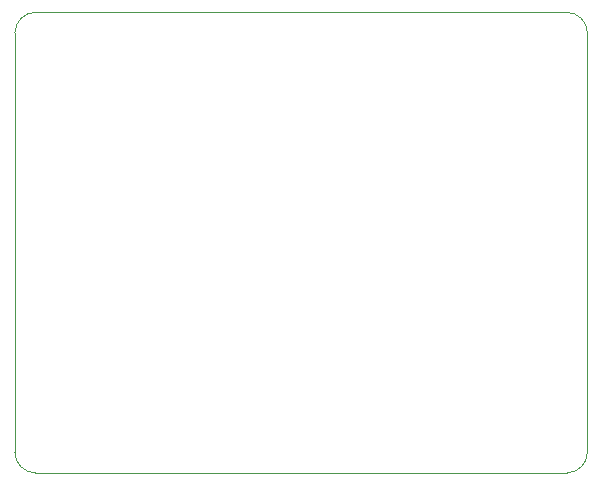
<source format=gm1>
G04 #@! TF.GenerationSoftware,KiCad,Pcbnew,7.0.1-0*
G04 #@! TF.CreationDate,2023-04-29T19:14:42+08:00*
G04 #@! TF.ProjectId,slimarm_classic_2410,736c696d-6172-46d5-9f63-6c6173736963,rev?*
G04 #@! TF.SameCoordinates,Original*
G04 #@! TF.FileFunction,Profile,NP*
%FSLAX46Y46*%
G04 Gerber Fmt 4.6, Leading zero omitted, Abs format (unit mm)*
G04 Created by KiCad (PCBNEW 7.0.1-0) date 2023-04-29 19:14:42*
%MOMM*%
%LPD*%
G01*
G04 APERTURE LIST*
G04 #@! TA.AperFunction,Profile*
%ADD10C,0.100000*%
G04 #@! TD*
G04 APERTURE END LIST*
D10*
X21863600Y-45196860D02*
X21863600Y-9682345D01*
X70329502Y-9693198D02*
G75*
G03*
X68589423Y-7950200I-1743002J-2D01*
G01*
X68588558Y-46939200D02*
X23602977Y-46939200D01*
X21863598Y-45196860D02*
G75*
G03*
X23602977Y-46939200I1742302J-40D01*
G01*
X23598685Y-7950200D02*
X68589423Y-7950200D01*
X70329457Y-9693198D02*
X70329469Y-45201252D01*
X23598685Y-7950198D02*
G75*
G03*
X21863601Y-9682345I15J-1735102D01*
G01*
X68588558Y-46939171D02*
G75*
G03*
X70329468Y-45201252I42J1740871D01*
G01*
M02*

</source>
